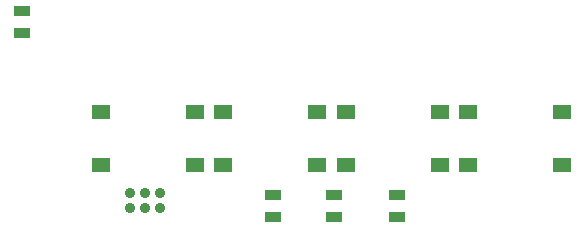
<source format=gbr>
%TF.GenerationSoftware,KiCad,Pcbnew,7.0.1*%
%TF.CreationDate,2024-01-25T20:06:11+01:00*%
%TF.ProjectId,OpenReflowPlate,4f70656e-5265-4666-9c6f-77506c617465,rev?*%
%TF.SameCoordinates,Original*%
%TF.FileFunction,Paste,Top*%
%TF.FilePolarity,Positive*%
%FSLAX46Y46*%
G04 Gerber Fmt 4.6, Leading zero omitted, Abs format (unit mm)*
G04 Created by KiCad (PCBNEW 7.0.1) date 2024-01-25 20:06:11*
%MOMM*%
%LPD*%
G01*
G04 APERTURE LIST*
%ADD10R,1.550000X1.300000*%
%ADD11R,1.400000X0.900000*%
%ADD12C,0.889000*%
G04 APERTURE END LIST*
D10*
%TO.C,S4*%
X105025000Y-92450000D03*
X105025000Y-96950000D03*
X112975000Y-92450000D03*
X112975000Y-96950000D03*
%TD*%
D11*
%TO.C,LED4*%
X88000000Y-85762500D03*
X88000000Y-83862500D03*
%TD*%
D10*
%TO.C,S1*%
X94658334Y-92450000D03*
X94658334Y-96950000D03*
X102608334Y-92450000D03*
X102608334Y-96950000D03*
%TD*%
%TO.C,S2*%
X125758334Y-92450000D03*
X125758334Y-96950000D03*
X133708334Y-92450000D03*
X133708334Y-96950000D03*
%TD*%
D11*
%TO.C,LED1*%
X119700000Y-101362500D03*
X119700000Y-99462500D03*
%TD*%
%TO.C,LED3*%
X114400000Y-101350000D03*
X114400000Y-99450000D03*
%TD*%
D10*
%TO.C,S3*%
X115391666Y-92450000D03*
X115391666Y-96950000D03*
X123341666Y-92450000D03*
X123341666Y-96950000D03*
%TD*%
D12*
%TO.C,SWD*%
X97130000Y-100600000D03*
X97130000Y-99330000D03*
X98400000Y-100600000D03*
X98400000Y-99330000D03*
X99670000Y-100600000D03*
X99670000Y-99330000D03*
%TD*%
D11*
%TO.C,LED2*%
X109200000Y-101350000D03*
X109200000Y-99450000D03*
%TD*%
M02*

</source>
